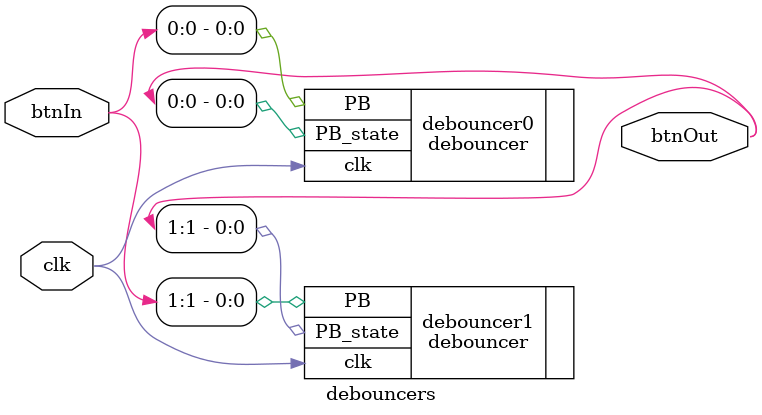
<source format=v>
module debouncers(
		input clk,
		input [1:0] btnIn,
		output [1:0] btnOut
    );

	 	debouncer debouncer0(
			.PB(btnIn[0]),
			.clk(clk),
			.PB_state(btnOut[0])
		);

		debouncer debouncer1(
			.PB(btnIn[1]),
			.clk(clk),
			.PB_state(btnOut[1])
		);


endmodule

</source>
